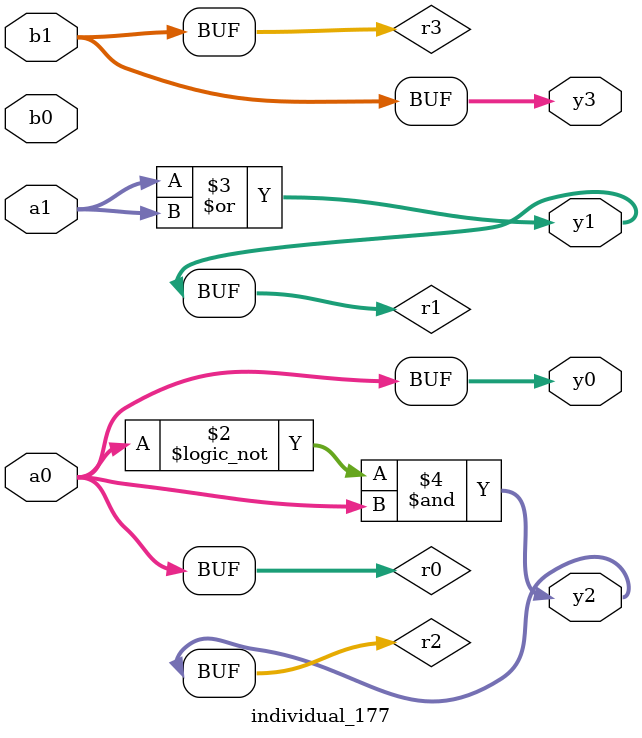
<source format=sv>
module individual_177(input logic [15:0] a1, input logic [15:0] a0, input logic [15:0] b1, input logic [15:0] b0, output logic [15:0] y3, output logic [15:0] y2, output logic [15:0] y1, output logic [15:0] y0);
logic [15:0] r0, r1, r2, r3; 
 always@(*) begin 
	 r0 = a0; r1 = a1; r2 = b0; r3 = b1; 
 	 r2 = ! a0 ;
 	 r1  |=  a1 ;
 	 r2  &=  r0 ;
 	 y3 = r3; y2 = r2; y1 = r1; y0 = r0; 
end
endmodule
</source>
